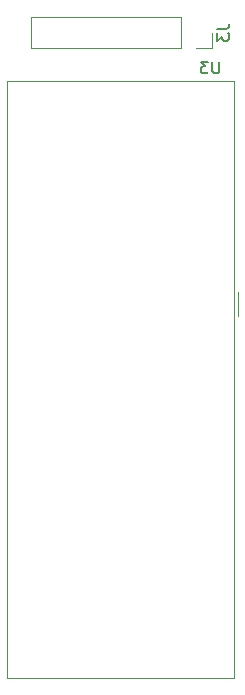
<source format=gbr>
%TF.GenerationSoftware,KiCad,Pcbnew,7.0.5*%
%TF.CreationDate,2024-02-07T02:01:45+01:00*%
%TF.ProjectId,thermometer-hw,74686572-6d6f-46d6-9574-65722d68772e,rev?*%
%TF.SameCoordinates,Original*%
%TF.FileFunction,Legend,Bot*%
%TF.FilePolarity,Positive*%
%FSLAX46Y46*%
G04 Gerber Fmt 4.6, Leading zero omitted, Abs format (unit mm)*
G04 Created by KiCad (PCBNEW 7.0.5) date 2024-02-07 02:01:45*
%MOMM*%
%LPD*%
G01*
G04 APERTURE LIST*
%ADD10C,0.150000*%
%ADD11C,0.120000*%
G04 APERTURE END LIST*
D10*
%TO.C,U3*%
X86640904Y-41179819D02*
X86640904Y-41989342D01*
X86640904Y-41989342D02*
X86593285Y-42084580D01*
X86593285Y-42084580D02*
X86545666Y-42132200D01*
X86545666Y-42132200D02*
X86450428Y-42179819D01*
X86450428Y-42179819D02*
X86259952Y-42179819D01*
X86259952Y-42179819D02*
X86164714Y-42132200D01*
X86164714Y-42132200D02*
X86117095Y-42084580D01*
X86117095Y-42084580D02*
X86069476Y-41989342D01*
X86069476Y-41989342D02*
X86069476Y-41179819D01*
X85688523Y-41179819D02*
X85069476Y-41179819D01*
X85069476Y-41179819D02*
X85402809Y-41560771D01*
X85402809Y-41560771D02*
X85259952Y-41560771D01*
X85259952Y-41560771D02*
X85164714Y-41608390D01*
X85164714Y-41608390D02*
X85117095Y-41656009D01*
X85117095Y-41656009D02*
X85069476Y-41751247D01*
X85069476Y-41751247D02*
X85069476Y-41989342D01*
X85069476Y-41989342D02*
X85117095Y-42084580D01*
X85117095Y-42084580D02*
X85164714Y-42132200D01*
X85164714Y-42132200D02*
X85259952Y-42179819D01*
X85259952Y-42179819D02*
X85545666Y-42179819D01*
X85545666Y-42179819D02*
X85640904Y-42132200D01*
X85640904Y-42132200D02*
X85688523Y-42084580D01*
%TO.C,J3*%
X86493819Y-38401666D02*
X87208104Y-38401666D01*
X87208104Y-38401666D02*
X87350961Y-38354047D01*
X87350961Y-38354047D02*
X87446200Y-38258809D01*
X87446200Y-38258809D02*
X87493819Y-38115952D01*
X87493819Y-38115952D02*
X87493819Y-38020714D01*
X86493819Y-38782619D02*
X86493819Y-39401666D01*
X86493819Y-39401666D02*
X86874771Y-39068333D01*
X86874771Y-39068333D02*
X86874771Y-39211190D01*
X86874771Y-39211190D02*
X86922390Y-39306428D01*
X86922390Y-39306428D02*
X86970009Y-39354047D01*
X86970009Y-39354047D02*
X87065247Y-39401666D01*
X87065247Y-39401666D02*
X87303342Y-39401666D01*
X87303342Y-39401666D02*
X87398580Y-39354047D01*
X87398580Y-39354047D02*
X87446200Y-39306428D01*
X87446200Y-39306428D02*
X87493819Y-39211190D01*
X87493819Y-39211190D02*
X87493819Y-38925476D01*
X87493819Y-38925476D02*
X87446200Y-38830238D01*
X87446200Y-38830238D02*
X87398580Y-38782619D01*
D11*
%TO.C,U3*%
X88259000Y-60725000D02*
X88259000Y-62725000D01*
X87879000Y-93345000D02*
X68639000Y-93345000D01*
X87879000Y-42805000D02*
X87879000Y-93345000D01*
X87879000Y-42805000D02*
X68639000Y-42805000D01*
X68639000Y-93345000D02*
X68639000Y-42805000D01*
%TO.C,J3*%
X70679000Y-40065000D02*
X70679000Y-37405000D01*
X83439000Y-40065000D02*
X70679000Y-40065000D01*
X83439000Y-40065000D02*
X83439000Y-37405000D01*
X84709000Y-40065000D02*
X86039000Y-40065000D01*
X86039000Y-40065000D02*
X86039000Y-38735000D01*
X83439000Y-37405000D02*
X70679000Y-37405000D01*
%TD*%
M02*

</source>
